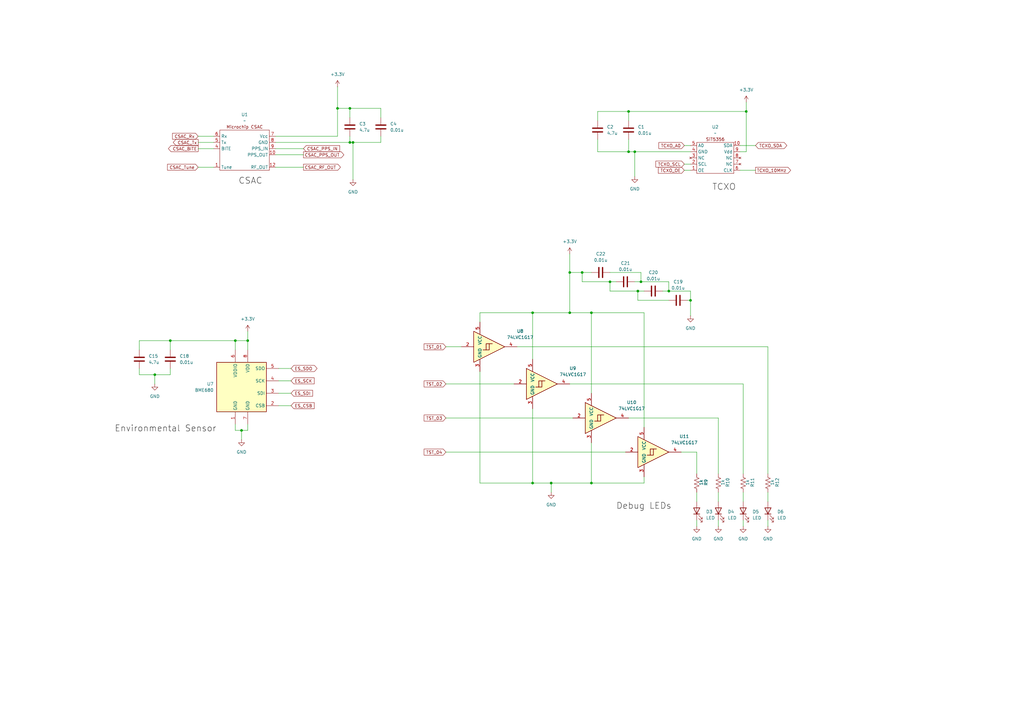
<source format=kicad_sch>
(kicad_sch (version 20250114) (generator "eeschema") (generator_version "9.0")
  (paper "A3")
  (lib_symbols
    (symbol "22257_DevBoard_Library:SA-45s" (in_bom no)
      (property "Reference" "U1" (at 0 21.59 0))
      (property "Value" "~" (at 0 19.05 0))
      (symbol "SA-45s_0_1"
        (rectangle (start -10.16 15.24) (end 10.16 -1.27))
      )
      (symbol "SA-45s_1_1"
        (text "Microchip CSAC" (at 0 16.51 0) (effects (font (size 1.27 1.27))))
        (pin input line (at -12.7 12.7 0) (length 2.54) (name "Rx") (number "6"))
        (pin output line (at -12.7 10.16 0) (length 2.54) (name "Tx") (number "5"))
        (pin output line (at -12.7 7.62 0) (length 2.54) (name "BITE") (number "4"))
        (pin input line (at -12.7 0 0) (length 2.54) (name "Tune") (number "1"))
        (pin power_in line (at 12.7 12.7 180) (length 2.54) (name "Vcc") (number "7"))
        (pin power_in line (at 12.7 10.16 180) (length 2.54) (name "GND") (number "8"))
        (pin input line (at 12.7 7.62 180) (length 2.54) (name "PPS_IN") (number "9"))
        (pin input line (at 12.7 5.08 180) (length 2.54) (name "PPS_OUT") (number "10"))
        (pin output line (at 12.7 0 180) (length 2.54) (name "RF_OUT") (number "12"))
      )
    )
    (symbol "22257_DevBoard_Library:SiT5356" (in_bom no)
      (property "Reference" "U" (at 0 0 0))
      (symbol "SiT5356_0_0"
        (pin input line (at -10.16 10.16 0) (length 2.54) (name "A0") (number "5"))
        (pin power_in line (at -10.16 7.62 0) (length 2.54) (name "GND") (number "4"))
        (pin no_connect line (at -10.16 5.08 0) (length 2.54) (name "NC") (number "3"))
        (pin input line (at -10.16 2.54 0) (length 2.54) (name "SCL") (number "2"))
        (pin input line (at -10.16 0 0) (length 2.54) (name "OE") (number "1"))
        (pin bidirectional line (at 10.16 10.16 180) (length 2.54) (name "SDA") (number "10"))
        (pin power_in line (at 10.16 7.62 180) (length 2.54) (name "Vdd") (number "9"))
        (pin no_connect line (at 10.16 5.08 180) (length 2.54) (name "NC") (number "8"))
        (pin no_connect line (at 10.16 2.54 180) (length 2.54) (name "NC") (number "7"))
        (pin output line (at 10.16 0 180) (length 2.54) (name "CLK") (number "6"))
      )
      (symbol "SiT5356_0_1"
        (rectangle (start -7.62 11.43) (end 7.62 -1.27))
      )
      (symbol "SiT5356_1_1"
        (text "SiT5356" (at 0 12.7 0) (effects (font (size 1.27 1.27))))
      )
    )
    (symbol "74xGxx:74LVC1G17"
      (property "Reference" "U" (at 0 3.81 0))
      (property "Value" "74LVC1G17" (at 0 -3.81 0))
      (symbol "74LVC1G17_0_1"
        (polyline (pts (xy -7.62 6.35) (xy -7.62 -6.35) (xy 5.08 0) (xy -7.62 6.35)) (stroke (width 0.254)) (fill (type background)))
        (polyline (pts (xy -3.81 -1.27) (xy -2.54 -1.27) (xy -2.54 1.27) (xy -1.27 1.27)) (stroke (width 0.254)) (fill (type background)))
        (polyline (pts (xy -2.54 -1.27) (xy -1.27 -1.27) (xy -1.27 1.27) (xy 0 1.27)) (stroke (width 0.254)) (fill (type background)))
      )
      (symbol "74LVC1G17_1_1"
        (pin input line (at -12.7 0 0) (length 5.08) (name "~") (number "2"))
        (pin no_connect line (at -7.62 5.08 180) (length 5.08) (hide yes) (name "NC") (number "1"))
        (pin power_in line (at -5.08 10.16 270) (length 5.08) (name "VCC") (number "5"))
        (pin power_in line (at -5.08 -10.16 90) (length 5.08) (name "GND") (number "3"))
        (pin output line (at 10.16 0 180) (length 5.08) (name "~") (number "4"))
      )
    )
    (symbol "Device:C" (pin_numbers (hide yes)) (pin_names (offset 0.254))
      (property "Reference" "C" (at 0.635 2.54 0))
      (property "Value" "C" (at 0.635 -2.54 0))
      (symbol "C_0_1"
        (polyline (pts (xy -2.032 0.762) (xy 2.032 0.762)) (stroke (width 0.508)))
        (polyline (pts (xy -2.032 -0.762) (xy 2.032 -0.762)) (stroke (width 0.508)))
      )
      (symbol "C_1_1"
        (pin passive line (at 0 3.81 270) (length 2.794) (name "~") (number "1"))
        (pin passive line (at 0 -3.81 90) (length 2.794) (name "~") (number "2"))
      )
    )
    (symbol "Device:LED" (pin_numbers (hide yes)) (pin_names (offset 1.016) (hide yes))
      (property "Reference" "D" (at 0 2.54 0))
      (property "Value" "LED" (at 0 -2.54 0))
      (symbol "LED_0_1"
        (polyline (pts (xy -3.048 -0.762) (xy -4.572 -2.286) (xy -3.81 -2.286) (xy -4.572 -2.286) (xy -4.572 -1.524)))
        (polyline (pts (xy -1.778 -0.762) (xy -3.302 -2.286) (xy -2.54 -2.286) (xy -3.302 -2.286) (xy -3.302 -1.524)))
        (polyline (pts (xy -1.27 0) (xy 1.27 0)))
        (polyline (pts (xy -1.27 -1.27) (xy -1.27 1.27)) (stroke (width 0.254)))
        (polyline (pts (xy 1.27 -1.27) (xy 1.27 1.27) (xy -1.27 0) (xy 1.27 -1.27)) (stroke (width 0.254)))
      )
      (symbol "LED_1_1"
        (pin passive line (at -3.81 0 0) (length 2.54) (name "K") (number "1"))
        (pin passive line (at 3.81 0 180) (length 2.54) (name "A") (number "2"))
      )
    )
    (symbol "Device:R_US" (pin_numbers (hide yes)) (pin_names (offset 0))
      (property "Reference" "R" (at 2.54 0 90))
      (property "Value" "R_US" (at -2.54 0 90))
      (symbol "R_US_0_1"
        (polyline (pts (xy 0 2.286) (xy 0 2.54)))
        (polyline (pts (xy 0 2.286) (xy 1.016 1.905) (xy 0 1.524) (xy -1.016 1.143) (xy 0 0.762)))
        (polyline (pts (xy 0 0.762) (xy 1.016 0.381) (xy 0 0) (xy -1.016 -0.381) (xy 0 -0.762)))
        (polyline (pts (xy 0 -0.762) (xy 1.016 -1.143) (xy 0 -1.524) (xy -1.016 -1.905) (xy 0 -2.286)))
        (polyline (pts (xy 0 -2.286) (xy 0 -2.54)))
      )
      (symbol "R_US_1_1"
        (pin passive line (at 0 3.81 270) (length 1.27) (name "~") (number "1"))
        (pin passive line (at 0 -3.81 90) (length 1.27) (name "~") (number "2"))
      )
    )
    (symbol "Sensor:BME680"
      (property "Reference" "U" (at -8.89 11.43 0))
      (property "Value" "BME680" (at 7.62 11.43 0))
      (symbol "BME680_0_1"
        (rectangle (start -10.16 10.16) (end 10.16 -10.16) (stroke (width 0.254)) (fill (type background)))
      )
      (symbol "BME680_1_1"
        (pin power_in line (at -2.54 15.24 270) (length 5.08) (name "VDDIO") (number "6"))
        (pin power_in line (at -2.54 -15.24 90) (length 5.08) (name "GND") (number "1"))
        (pin power_in line (at 2.54 15.24 270) (length 5.08) (name "VDD") (number "8"))
        (pin power_in line (at 2.54 -15.24 90) (length 5.08) (name "GND") (number "7"))
        (pin bidirectional line (at 15.24 7.62 180) (length 5.08) (name "SDO") (number "5"))
        (pin input line (at 15.24 2.54 180) (length 5.08) (name "SCK") (number "4"))
        (pin bidirectional line (at 15.24 -2.54 180) (length 5.08) (name "SDI") (number "3"))
        (pin input line (at 15.24 -7.62 180) (length 5.08) (name "CSB") (number "2"))
      )
    )
    (symbol "power:+3.3V" (power) (pin_numbers (hide yes)) (pin_names (offset 0) (hide yes))
      (property "Value" "+3.3V" (at 0 3.556 0))
      (symbol "+3.3V_0_1"
        (polyline (pts (xy -0.762 1.27) (xy 0 2.54)))
        (polyline (pts (xy 0 2.54) (xy 0.762 1.27)))
        (polyline (pts (xy 0 0) (xy 0 2.54)))
      )
      (symbol "+3.3V_1_1"
        (pin power_in line (at 0 0 90) (length 0) (name "~") (number "1"))
      )
    )
    (symbol "power:GND" (power) (pin_numbers (hide yes)) (pin_names (offset 0) (hide yes))
      (property "Value" "GND" (at 0 -3.81 0))
      (symbol "GND_0_1"
        (polyline (pts (xy 0 0) (xy 0 -1.27) (xy 1.27 -1.27) (xy 0 -2.54) (xy -1.27 -1.27) (xy 0 -1.27)))
      )
      (symbol "GND_1_1"
        (pin power_in line (at 0 0 270) (length 0) (name "~") (number "1"))
      )
    )
  )
  (junction (at 144.78 58.42))
  (junction (at 306.07 45.72))
  (junction (at 96.52 139.7))
  (junction (at 218.44 128.27))
  (junction (at 101.6 139.7))
  (junction (at 261.62 119.38))
  (junction (at 250.19 115.57))
  (junction (at 242.57 128.27))
  (junction (at 262.89 115.57))
  (junction (at 257.81 62.23))
  (junction (at 143.51 58.42))
  (junction (at 260.35 62.23))
  (junction (at 233.68 111.76))
  (junction (at 257.81 45.72))
  (junction (at 63.5 153.67))
  (junction (at 283.21 123.19))
  (junction (at 218.44 198.12))
  (junction (at 143.51 44.45))
  (junction (at 233.68 128.27))
  (junction (at 138.43 44.45))
  (junction (at 274.32 119.38))
  (junction (at 238.76 111.76))
  (junction (at 226.06 198.12))
  (junction (at 99.06 176.53))
  (junction (at 242.57 198.12))
  (junction (at 69.85 139.7))
  (wire (pts (xy 69.85 139.7) (xy 96.52 139.7)))
  (wire (pts (xy 218.44 167.64) (xy 218.44 198.12)))
  (wire (pts (xy 182.88 157.48) (xy 210.82 157.48)))
  (wire (pts (xy 196.85 128.27) (xy 218.44 128.27)))
  (wire (pts (xy 196.85 152.4) (xy 196.85 198.12)))
  (wire (pts (xy 242.57 181.61) (xy 242.57 198.12)))
  (wire (pts (xy 233.68 128.27) (xy 242.57 128.27)))
  (wire (pts (xy 113.03 55.88) (xy 138.43 55.88)))
  (wire (pts (xy 242.57 161.29) (xy 242.57 128.27)))
  (wire (pts (xy 196.85 198.12) (xy 218.44 198.12)))
  (wire (pts (xy 114.3 156.21) (xy 119.38 156.21)))
  (wire (pts (xy 250.19 115.57) (xy 238.76 115.57)))
  (wire (pts (xy 260.35 62.23) (xy 283.21 62.23)))
  (wire (pts (xy 101.6 176.53) (xy 101.6 173.99)))
  (wire (pts (xy 303.53 62.23) (xy 306.07 62.23)))
  (wire (pts (xy 101.6 139.7) (xy 101.6 143.51)))
  (wire (pts (xy 69.85 143.51) (xy 69.85 139.7)))
  (wire (pts (xy 314.96 142.24) (xy 314.96 194.31)))
  (wire (pts (xy 285.75 213.36) (xy 285.75 215.9)))
  (wire (pts (xy 242.57 128.27) (xy 264.16 128.27)))
  (wire (pts (xy 274.32 119.38) (xy 283.21 119.38)))
  (wire (pts (xy 261.62 123.19) (xy 261.62 119.38)))
  (wire (pts (xy 238.76 111.76) (xy 242.57 111.76)))
  (wire (pts (xy 274.32 115.57) (xy 274.32 119.38)))
  (wire (pts (xy 57.15 151.13) (xy 57.15 153.67)))
  (wire (pts (xy 143.51 48.26) (xy 143.51 44.45)))
  (wire (pts (xy 63.5 153.67) (xy 63.5 157.48)))
  (wire (pts (xy 285.75 185.42) (xy 285.75 194.31)))
  (wire (pts (xy 314.96 142.24) (xy 212.09 142.24)))
  (wire (pts (xy 274.32 123.19) (xy 261.62 123.19)))
  (wire (pts (xy 264.16 175.26) (xy 264.16 128.27)))
  (wire (pts (xy 114.3 161.29) (xy 119.38 161.29)))
  (wire (pts (xy 113.03 63.5) (xy 124.46 63.5)))
  (wire (pts (xy 69.85 151.13) (xy 69.85 153.67)))
  (wire (pts (xy 306.07 45.72) (xy 306.07 41.91)))
  (wire (pts (xy 283.21 119.38) (xy 283.21 123.19)))
  (wire (pts (xy 304.8 201.93) (xy 304.8 205.74)))
  (wire (pts (xy 233.68 111.76) (xy 233.68 128.27)))
  (wire (pts (xy 306.07 62.23) (xy 306.07 45.72)))
  (wire (pts (xy 294.64 201.93) (xy 294.64 205.74)))
  (wire (pts (xy 156.21 44.45) (xy 156.21 48.26)))
  (wire (pts (xy 138.43 44.45) (xy 138.43 55.88)))
  (wire (pts (xy 250.19 119.38) (xy 250.19 115.57)))
  (wire (pts (xy 99.06 176.53) (xy 99.06 180.34)))
  (wire (pts (xy 257.81 45.72) (xy 306.07 45.72)))
  (wire (pts (xy 81.28 68.58) (xy 87.63 68.58)))
  (wire (pts (xy 242.57 198.12) (xy 264.16 198.12)))
  (wire (pts (xy 304.8 157.48) (xy 304.8 194.31)))
  (wire (pts (xy 280.67 67.31) (xy 283.21 67.31)))
  (wire (pts (xy 144.78 58.42) (xy 144.78 73.66)))
  (wire (pts (xy 233.68 111.76) (xy 238.76 111.76)))
  (wire (pts (xy 114.3 151.13) (xy 119.38 151.13)))
  (wire (pts (xy 143.51 55.88) (xy 143.51 58.42)))
  (wire (pts (xy 233.68 111.76) (xy 233.68 104.14)))
  (wire (pts (xy 143.51 44.45) (xy 156.21 44.45)))
  (wire (pts (xy 250.19 119.38) (xy 261.62 119.38)))
  (wire (pts (xy 304.8 213.36) (xy 304.8 215.9)))
  (wire (pts (xy 314.96 201.93) (xy 314.96 205.74)))
  (wire (pts (xy 218.44 147.32) (xy 218.44 128.27)))
  (wire (pts (xy 294.64 213.36) (xy 294.64 215.9)))
  (wire (pts (xy 262.89 115.57) (xy 274.32 115.57)))
  (wire (pts (xy 260.35 115.57) (xy 262.89 115.57)))
  (wire (pts (xy 271.78 119.38) (xy 274.32 119.38)))
  (wire (pts (xy 314.96 213.36) (xy 314.96 215.9)))
  (wire (pts (xy 257.81 62.23) (xy 260.35 62.23)))
  (wire (pts (xy 238.76 115.57) (xy 238.76 111.76)))
  (wire (pts (xy 113.03 58.42) (xy 143.51 58.42)))
  (wire (pts (xy 285.75 201.93) (xy 285.75 205.74)))
  (wire (pts (xy 257.81 49.53) (xy 257.81 45.72)))
  (wire (pts (xy 245.11 49.53) (xy 245.11 45.72)))
  (wire (pts (xy 138.43 44.45) (xy 143.51 44.45)))
  (wire (pts (xy 114.3 166.37) (xy 119.38 166.37)))
  (wire (pts (xy 280.67 59.69) (xy 283.21 59.69)))
  (wire (pts (xy 196.85 132.08) (xy 196.85 128.27)))
  (wire (pts (xy 81.28 55.88) (xy 87.63 55.88)))
  (wire (pts (xy 226.06 198.12) (xy 226.06 201.93)))
  (wire (pts (xy 250.19 111.76) (xy 262.89 111.76)))
  (wire (pts (xy 57.15 143.51) (xy 57.15 139.7)))
  (wire (pts (xy 262.89 111.76) (xy 262.89 115.57)))
  (wire (pts (xy 280.67 69.85) (xy 283.21 69.85)))
  (wire (pts (xy 113.03 68.58) (xy 124.46 68.58)))
  (wire (pts (xy 182.88 171.45) (xy 234.95 171.45)))
  (wire (pts (xy 303.53 59.69) (xy 309.88 59.69)))
  (wire (pts (xy 96.52 139.7) (xy 101.6 139.7)))
  (wire (pts (xy 96.52 176.53) (xy 99.06 176.53)))
  (wire (pts (xy 101.6 135.89) (xy 101.6 139.7)))
  (wire (pts (xy 245.11 62.23) (xy 257.81 62.23)))
  (wire (pts (xy 57.15 139.7) (xy 69.85 139.7)))
  (wire (pts (xy 182.88 185.42) (xy 256.54 185.42)))
  (wire (pts (xy 245.11 45.72) (xy 257.81 45.72)))
  (wire (pts (xy 257.81 171.45) (xy 294.64 171.45)))
  (wire (pts (xy 261.62 119.38) (xy 264.16 119.38)))
  (wire (pts (xy 304.8 157.48) (xy 233.68 157.48)))
  (wire (pts (xy 182.88 142.24) (xy 189.23 142.24)))
  (wire (pts (xy 283.21 123.19) (xy 283.21 129.54)))
  (wire (pts (xy 218.44 198.12) (xy 226.06 198.12)))
  (wire (pts (xy 279.4 185.42) (xy 285.75 185.42)))
  (wire (pts (xy 294.64 171.45) (xy 294.64 194.31)))
  (wire (pts (xy 303.53 69.85) (xy 309.88 69.85)))
  (wire (pts (xy 226.06 198.12) (xy 242.57 198.12)))
  (wire (pts (xy 245.11 57.15) (xy 245.11 62.23)))
  (wire (pts (xy 57.15 153.67) (xy 63.5 153.67)))
  (wire (pts (xy 281.94 123.19) (xy 283.21 123.19)))
  (wire (pts (xy 257.81 57.15) (xy 257.81 62.23)))
  (wire (pts (xy 218.44 128.27) (xy 233.68 128.27)))
  (wire (pts (xy 99.06 176.53) (xy 101.6 176.53)))
  (wire (pts (xy 264.16 195.58) (xy 264.16 198.12)))
  (wire (pts (xy 96.52 173.99) (xy 96.52 176.53)))
  (wire (pts (xy 252.73 115.57) (xy 250.19 115.57)))
  (wire (pts (xy 81.28 58.42) (xy 87.63 58.42)))
  (wire (pts (xy 81.28 60.96) (xy 87.63 60.96)))
  (wire (pts (xy 144.78 58.42) (xy 143.51 58.42)))
  (wire (pts (xy 156.21 55.88) (xy 156.21 58.42)))
  (wire (pts (xy 138.43 44.45) (xy 138.43 35.56)))
  (wire (pts (xy 260.35 62.23) (xy 260.35 72.39)))
  (wire (pts (xy 156.21 58.42) (xy 144.78 58.42)))
  (wire (pts (xy 113.03 60.96) (xy 124.46 60.96)))
  (wire (pts (xy 63.5 153.67) (xy 69.85 153.67)))
  (wire (pts (xy 96.52 143.51) (xy 96.52 139.7)))
  (label "CSAC" (at 97.79 76.2 0) (effects (font (size 2.54 2.54))))
  (label "Environmental Sensor" (at 46.99 177.8 0) (effects (font (size 2.54 2.54))))
  (label "Debug LEDs" (at 252.73 209.55 0) (effects (font (size 2.54 2.54))))
  (label "TCXO" (at 292.1 78.74 0) (effects (font (size 2.54 2.54))))
  (global_label "TST_02" (shape input) (at 182.88 157.48 180) (property "Intersheetrefs" "${INTERSHEET_REFS}" (effects (hide yes))))
  (global_label "TST_04" (shape input) (at 182.88 185.42 180) (property "Intersheetrefs" "${INTERSHEET_REFS}" (effects (hide yes))))
  (global_label "ES_SDO" (shape bidirectional) (at 119.38 151.13 0) (property "Intersheetrefs" "${INTERSHEET_REFS}" (effects (hide yes))))
  (global_label "ES_CSB" (shape input) (at 119.38 166.37 0) (property "Intersheetrefs" "${INTERSHEET_REFS}" (effects (hide yes))))
  (global_label "TCXO_SDA" (shape bidirectional) (at 309.88 59.69 0) (property "Intersheetrefs" "${INTERSHEET_REFS}" (effects (hide yes))))
  (global_label "CSAC_PPS_OUT" (shape output) (at 124.46 63.5 0) (property "Intersheetrefs" "${INTERSHEET_REFS}" (effects (hide yes))))
  (global_label "ES_SCK" (shape input) (at 119.38 156.21 0) (property "Intersheetrefs" "${INTERSHEET_REFS}" (effects (hide yes))))
  (global_label "CSAC_RF_OUT" (shape output) (at 124.46 68.58 0) (property "Intersheetrefs" "${INTERSHEET_REFS}" (effects (hide yes))))
  (global_label "CSAC_Tx" (shape output) (at 81.28 58.42 180) (property "Intersheetrefs" "${INTERSHEET_REFS}" (effects (hide yes))))
  (global_label "CSAC_BITE" (shape output) (at 81.28 60.96 180) (property "Intersheetrefs" "${INTERSHEET_REFS}" (effects (hide yes))))
  (global_label "TST_03" (shape input) (at 182.88 171.45 180) (property "Intersheetrefs" "${INTERSHEET_REFS}" (effects (hide yes))))
  (global_label "TCXO_OE" (shape input) (at 280.67 69.85 180) (property "Intersheetrefs" "${INTERSHEET_REFS}" (effects (hide yes))))
  (global_label "ES_SDI" (shape input) (at 119.38 161.29 0) (property "Intersheetrefs" "${INTERSHEET_REFS}" (effects (hide yes))))
  (global_label "TCXO_SCL" (shape input) (at 280.67 67.31 180) (property "Intersheetrefs" "${INTERSHEET_REFS}" (effects (hide yes))))
  (global_label "TCXO_10MHz" (shape output) (at 309.88 69.85 0) (property "Intersheetrefs" "${INTERSHEET_REFS}" (effects (hide yes))))
  (global_label "TCXO_A0" (shape input) (at 280.67 59.69 180) (property "Intersheetrefs" "${INTERSHEET_REFS}" (effects (hide yes))))
  (global_label "TST_01" (shape input) (at 182.88 142.24 180) (property "Intersheetrefs" "${INTERSHEET_REFS}" (effects (hide yes))))
  (global_label "CSAC_Tune" (shape input) (at 81.28 68.58 180) (property "Intersheetrefs" "${INTERSHEET_REFS}" (effects (hide yes))))
  (global_label "CSAC_Rx" (shape input) (at 81.28 55.88 180) (property "Intersheetrefs" "${INTERSHEET_REFS}" (effects (hide yes))))
  (global_label "CSAC_PPS_IN" (shape input) (at 124.46 60.96 0) (property "Intersheetrefs" "${INTERSHEET_REFS}" (effects (hide yes))))
  (symbol (lib_id "Sensor:BME680") (at 99.06 158.75 0) (unit 1)
    (property "Reference" "U7" (at 87.63 157.4799 0) (effects (justify right)))
    (property "Value" "BME680" (at 87.63 160.0199 0) (effects (justify right)))
    (property "Footprint" "Package_LGA:Bosch_LGA-8_3x3mm_P0.8mm_ClockwisePinNumbering" (effects (hide yes)))
    (property "Datasheet" "https://ae-bst.resource.bosch.com/media/_tech/media/datasheets/BST-BME680-DS001.pdf" (effects (hide yes)))
    (property "Description" "4-in-1 sensor, gas, humidity, pressure, temperature, I2C and SPI interface, 1.71-3.6V, LGA-8" (effects (hide yes)))
  )
  (symbol (lib_id "Device:LED") (at 285.75 209.55 90) (unit 1)
    (property "Reference" "D3" (at 289.56 209.8674 90) (effects (justify right)))
    (property "Value" "LED" (at 289.56 212.4074 90) (effects (justify right)))
    (property "Footprint" "LED_SMD:LED_0603_1608Metric" (effects (hide yes)))
    (property "Description" "Light emitting diode" (effects (hide yes)))
    (property "Sim.Pins" "1=K 2=A" (effects (hide yes)))
  )
  (symbol (lib_id "power:GND") (at 260.35 72.39 0) (unit 1)
    (property "Reference" "#PWR03" (effects (hide yes)))
    (property "Value" "GND" (at 260.35 77.47 0))
    (property "Description" "Power symbol creates a global label with name \"GND\" , ground" (effects (hide yes)))
  )
  (symbol (lib_id "Device:C") (at 256.54 115.57 90) (unit 1)
    (property "Reference" "C21" (at 256.54 107.95 90))
    (property "Value" "0.01u" (at 256.54 110.49 90))
    (property "Footprint" "Capacitor_SMD:C_0603_1608Metric" (effects (hide yes)))
    (property "Description" "Unpolarized capacitor" (effects (hide yes)))
  )
  (symbol (lib_id "Device:C") (at 156.21 52.07 0) (unit 1)
    (property "Reference" "C4" (at 160.02 50.7999 0) (effects (justify left)))
    (property "Value" "0.01u" (at 160.02 53.3399 0) (effects (justify left)))
    (property "Footprint" "Capacitor_SMD:C_0603_1608Metric" (effects (hide yes)))
    (property "Description" "Unpolarized capacitor" (effects (hide yes)))
  )
  (symbol (lib_id "74xGxx:74LVC1G17") (at 269.24 185.42 0) (unit 1)
    (property "Reference" "U11" (at 280.67 178.9998 0))
    (property "Value" "74LVC1G17" (at 280.67 181.5398 0))
    (property "Datasheet" "https://www.ti.com/lit/ds/symlink/sn74lvc1g17.pdf" (effects (hide yes)))
    (property "Description" "Single Schmitt Buffer Gate, Low-Voltage CMOS" (effects (hide yes)))
  )
  (symbol (lib_id "power:GND") (at 283.21 129.54 0) (unit 1)
    (property "Reference" "#PWR039" (effects (hide yes)))
    (property "Value" "GND" (at 283.21 134.62 0))
    (property "Description" "Power symbol creates a global label with name \"GND\" , ground" (effects (hide yes)))
  )
  (symbol (lib_id "22257_DevBoard_Library:SA-45s") (at 100.33 68.58 0) (unit 1) (in_bom no)
    (property "Reference" "U1" (at 100.33 46.99 0))
    (property "Value" "~" (at 100.33 49.53 0))
    (property "Datasheet" "kicad-embed://Chip-Scale-Atomic-Clock-CSAC-SA.45s-Users-Guide-DS50003041.pdf" (effects (hide yes)))
  )
  (symbol (lib_id "power:GND") (at 304.8 215.9 0) (unit 1)
    (property "Reference" "#PWR035" (effects (hide yes)))
    (property "Value" "GND" (at 304.8 220.98 0))
    (property "Description" "Power symbol creates a global label with name \"GND\" , ground" (effects (hide yes)))
  )
  (symbol (lib_id "Device:C") (at 246.38 111.76 90) (unit 1)
    (property "Reference" "C22" (at 246.38 104.14 90))
    (property "Value" "0.01u" (at 246.38 106.68 90))
    (property "Footprint" "Capacitor_SMD:C_0603_1608Metric" (effects (hide yes)))
    (property "Description" "Unpolarized capacitor" (effects (hide yes)))
  )
  (symbol (lib_id "Device:R_US") (at 304.8 198.12 180) (unit 1)
    (property "Reference" "R11" (at 308.61 197.866 90))
    (property "Value" "1k" (at 306.578 197.866 90))
    (property "Description" "Resistor, US symbol" (effects (hide yes)))
  )
  (symbol (lib_id "power:GND") (at 226.06 201.93 0) (unit 1)
    (property "Reference" "#PWR037" (effects (hide yes)))
    (property "Value" "GND" (at 226.06 207.01 0))
    (property "Description" "Power symbol creates a global label with name \"GND\" , ground" (effects (hide yes)))
  )
  (symbol (lib_id "74xGxx:74LVC1G17") (at 223.52 157.48 0) (unit 1)
    (property "Reference" "U9" (at 234.95 151.0598 0))
    (property "Value" "74LVC1G17" (at 234.95 153.5998 0))
    (property "Datasheet" "https://www.ti.com/lit/ds/symlink/sn74lvc1g17.pdf" (effects (hide yes)))
    (property "Description" "Single Schmitt Buffer Gate, Low-Voltage CMOS" (effects (hide yes)))
  )
  (symbol (lib_id "power:+3.3V") (at 101.6 135.89 0) (unit 1)
    (property "Reference" "#PWR031" (effects (hide yes)))
    (property "Value" "+3.3V" (at 101.6 130.81 0))
    (property "Description" "Power symbol creates a global label with name \"+3.3V\"" (effects (hide yes)))
  )
  (symbol (lib_id "power:+3.3V") (at 306.07 41.91 0) (unit 1)
    (property "Reference" "#PWR04" (effects (hide yes)))
    (property "Value" "+3.3V" (at 306.07 36.83 0))
    (property "Description" "Power symbol creates a global label with name \"+3.3V\"" (effects (hide yes)))
  )
  (symbol (lib_id "74xGxx:74LVC1G17") (at 247.65 171.45 0) (unit 1)
    (property "Reference" "U10" (at 259.08 165.0298 0))
    (property "Value" "74LVC1G17" (at 259.08 167.5698 0))
    (property "Datasheet" "https://www.ti.com/lit/ds/symlink/sn74lvc1g17.pdf" (effects (hide yes)))
    (property "Description" "Single Schmitt Buffer Gate, Low-Voltage CMOS" (effects (hide yes)))
  )
  (symbol (lib_id "power:GND") (at 63.5 157.48 0) (unit 1)
    (property "Reference" "#PWR032" (effects (hide yes)))
    (property "Value" "GND" (at 63.5 162.56 0))
    (property "Description" "Power symbol creates a global label with name \"GND\" , ground" (effects (hide yes)))
  )
  (symbol (lib_id "Device:R_US") (at 314.96 198.12 180) (unit 1)
    (property "Reference" "R12" (at 318.77 197.866 90))
    (property "Value" "1k" (at 316.738 197.866 90))
    (property "Description" "Resistor, US symbol" (effects (hide yes)))
  )
  (symbol (lib_id "22257_DevBoard_Library:SiT5356") (at 293.37 69.85 0) (unit 1) (in_bom no)
    (property "Reference" "U2" (at 293.37 52.07 0))
    (property "Value" "~" (at 293.37 54.61 0))
  )
  (symbol (lib_id "power:+3.3V") (at 138.43 35.56 0) (unit 1)
    (property "Reference" "#PWR02" (effects (hide yes)))
    (property "Value" "+3.3V" (at 138.43 30.48 0))
    (property "Description" "Power symbol creates a global label with name \"+3.3V\"" (effects (hide yes)))
  )
  (symbol (lib_id "Device:C") (at 57.15 147.32 0) (unit 1)
    (property "Reference" "C15" (at 60.96 146.0499 0) (effects (justify left)))
    (property "Value" "4.7u" (at 60.96 148.5899 0) (effects (justify left)))
    (property "Footprint" "Capacitor_SMD:C_0603_1608Metric" (effects (hide yes)))
    (property "Description" "Unpolarized capacitor" (effects (hide yes)))
  )
  (symbol (lib_id "Device:R_US") (at 285.75 198.12 180) (unit 1)
    (property "Reference" "R9" (at 289.56 197.866 90))
    (property "Value" "1k" (at 287.528 197.866 90))
    (property "Description" "Resistor, US symbol" (effects (hide yes)))
  )
  (symbol (lib_id "Device:C") (at 245.11 53.34 0) (unit 1)
    (property "Reference" "C2" (at 248.92 52.0699 0) (effects (justify left)))
    (property "Value" "4.7u" (at 248.92 54.6099 0) (effects (justify left)))
    (property "Footprint" "Capacitor_SMD:C_0603_1608Metric" (effects (hide yes)))
    (property "Description" "Unpolarized capacitor" (effects (hide yes)))
  )
  (symbol (lib_id "Device:LED") (at 304.8 209.55 90) (unit 1)
    (property "Reference" "D5" (at 308.61 209.8674 90) (effects (justify right)))
    (property "Value" "LED" (at 308.61 212.4074 90) (effects (justify right)))
    (property "Footprint" "LED_SMD:LED_0603_1608Metric" (effects (hide yes)))
    (property "Description" "Light emitting diode" (effects (hide yes)))
    (property "Sim.Pins" "1=K 2=A" (effects (hide yes)))
  )
  (symbol (lib_id "Device:R_US") (at 294.64 198.12 180) (unit 1)
    (property "Reference" "R10" (at 298.45 197.866 90))
    (property "Value" "1k" (at 296.418 197.866 90))
    (property "Description" "Resistor, US symbol" (effects (hide yes)))
  )
  (symbol (lib_id "Device:C") (at 257.81 53.34 0) (unit 1)
    (property "Reference" "C1" (at 261.62 52.0699 0) (effects (justify left)))
    (property "Value" "0.01u" (at 261.62 54.6099 0) (effects (justify left)))
    (property "Footprint" "Capacitor_SMD:C_0603_1608Metric" (effects (hide yes)))
    (property "Description" "Unpolarized capacitor" (effects (hide yes)))
  )
  (symbol (lib_id "Device:C") (at 69.85 147.32 0) (unit 1)
    (property "Reference" "C18" (at 73.66 146.0499 0) (effects (justify left)))
    (property "Value" "0.01u" (at 73.66 148.5899 0) (effects (justify left)))
    (property "Footprint" "Capacitor_SMD:C_0603_1608Metric" (effects (hide yes)))
    (property "Description" "Unpolarized capacitor" (effects (hide yes)))
  )
  (symbol (lib_id "Device:LED") (at 314.96 209.55 90) (unit 1)
    (property "Reference" "D6" (at 318.77 209.8674 90) (effects (justify right)))
    (property "Value" "LED" (at 318.77 212.4074 90) (effects (justify right)))
    (property "Footprint" "LED_SMD:LED_0603_1608Metric" (effects (hide yes)))
    (property "Description" "Light emitting diode" (effects (hide yes)))
    (property "Sim.Pins" "1=K 2=A" (effects (hide yes)))
  )
  (symbol (lib_id "Device:LED") (at 294.64 209.55 90) (unit 1)
    (property "Reference" "D4" (at 298.45 209.8674 90) (effects (justify right)))
    (property "Value" "LED" (at 298.45 212.4074 90) (effects (justify right)))
    (property "Footprint" "LED_SMD:LED_0603_1608Metric" (effects (hide yes)))
    (property "Description" "Light emitting diode" (effects (hide yes)))
    (property "Sim.Pins" "1=K 2=A" (effects (hide yes)))
  )
  (symbol (lib_id "Device:C") (at 278.13 123.19 90) (unit 1)
    (property "Reference" "C19" (at 278.13 115.57 90))
    (property "Value" "0.01u" (at 278.13 118.11 90))
    (property "Footprint" "Capacitor_SMD:C_0603_1608Metric" (effects (hide yes)))
    (property "Description" "Unpolarized capacitor" (effects (hide yes)))
  )
  (symbol (lib_id "power:GND") (at 144.78 73.66 0) (unit 1)
    (property "Reference" "#PWR01" (effects (hide yes)))
    (property "Value" "GND" (at 144.78 78.74 0))
    (property "Description" "Power symbol creates a global label with name \"GND\" , ground" (effects (hide yes)))
  )
  (symbol (lib_id "Device:C") (at 267.97 119.38 90) (unit 1)
    (property "Reference" "C20" (at 267.97 111.76 90))
    (property "Value" "0.01u" (at 267.97 114.3 90))
    (property "Footprint" "Capacitor_SMD:C_0603_1608Metric" (effects (hide yes)))
    (property "Description" "Unpolarized capacitor" (effects (hide yes)))
  )
  (symbol (lib_id "power:GND") (at 294.64 215.9 0) (unit 1)
    (property "Reference" "#PWR034" (effects (hide yes)))
    (property "Value" "GND" (at 294.64 220.98 0))
    (property "Description" "Power symbol creates a global label with name \"GND\" , ground" (effects (hide yes)))
  )
  (symbol (lib_id "power:GND") (at 285.75 215.9 0) (unit 1)
    (property "Reference" "#PWR033" (effects (hide yes)))
    (property "Value" "GND" (at 285.75 220.98 0))
    (property "Description" "Power symbol creates a global label with name \"GND\" , ground" (effects (hide yes)))
  )
  (symbol (lib_id "power:GND") (at 99.06 180.34 0) (unit 1)
    (property "Reference" "#PWR030" (effects (hide yes)))
    (property "Value" "GND" (at 99.06 185.42 0))
    (property "Description" "Power symbol creates a global label with name \"GND\" , ground" (effects (hide yes)))
  )
  (symbol (lib_id "74xGxx:74LVC1G17") (at 201.93 142.24 0) (unit 1)
    (property "Reference" "U8" (at 213.36 135.8198 0))
    (property "Value" "74LVC1G17" (at 213.36 138.3598 0))
    (property "Datasheet" "https://www.ti.com/lit/ds/symlink/sn74lvc1g17.pdf" (effects (hide yes)))
    (property "Description" "Single Schmitt Buffer Gate, Low-Voltage CMOS" (effects (hide yes)))
  )
  (symbol (lib_id "Device:C") (at 143.51 52.07 0) (unit 1)
    (property "Reference" "C3" (at 147.32 50.7999 0) (effects (justify left)))
    (property "Value" "4.7u" (at 147.32 53.3399 0) (effects (justify left)))
    (property "Footprint" "Capacitor_SMD:C_0603_1608Metric" (effects (hide yes)))
    (property "Description" "Unpolarized capacitor" (effects (hide yes)))
  )
  (symbol (lib_id "power:+3.3V") (at 233.68 104.14 0) (unit 1)
    (property "Reference" "#PWR038" (effects (hide yes)))
    (property "Value" "+3.3V" (at 233.68 99.06 0))
    (property "Description" "Power symbol creates a global label with name \"+3.3V\"" (effects (hide yes)))
  )
  (symbol (lib_id "power:GND") (at 314.96 215.9 0) (unit 1)
    (property "Reference" "#PWR036" (effects (hide yes)))
    (property "Value" "GND" (at 314.96 220.98 0))
    (property "Description" "Power symbol creates a global label with name \"GND\" , ground" (effects (hide yes)))
  )
)
</source>
